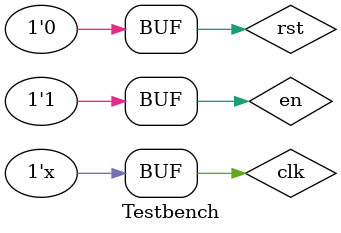
<source format=v>
module Testbench();
wire div2,div4,div16,div8;
reg rst,clk,en;
ClockDividerBy2n dut(rst,clk,en,div2,div4,div16,div8);
initial clk=0;
always #5 clk=~clk;
initial begin
rst=1;#10;rst=0;#10;
en=0;#10;
en=1;#200;
end
endmodule
</source>
